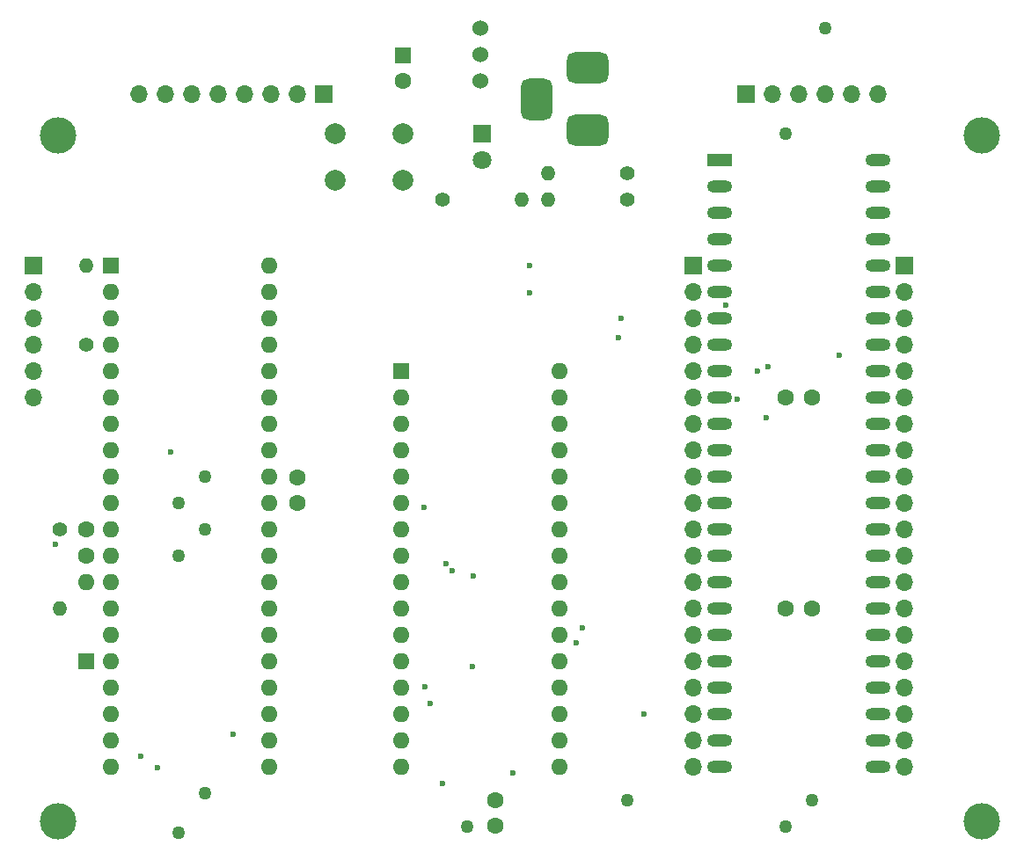
<source format=gbs>
G04 #@! TF.GenerationSoftware,KiCad,Pcbnew,(7.0.0)*
G04 #@! TF.CreationDate,2023-02-28T12:43:52+09:00*
G04 #@! TF.ProjectId,EMUPU_RAM40,454d5550-555f-4524-914d-34302e6b6963,rev?*
G04 #@! TF.SameCoordinates,PX55d4a80PY9043270*
G04 #@! TF.FileFunction,Soldermask,Bot*
G04 #@! TF.FilePolarity,Negative*
%FSLAX46Y46*%
G04 Gerber Fmt 4.6, Leading zero omitted, Abs format (unit mm)*
G04 Created by KiCad (PCBNEW (7.0.0)) date 2023-02-28 12:43:52*
%MOMM*%
%LPD*%
G01*
G04 APERTURE LIST*
G04 Aperture macros list*
%AMRoundRect*
0 Rectangle with rounded corners*
0 $1 Rounding radius*
0 $2 $3 $4 $5 $6 $7 $8 $9 X,Y pos of 4 corners*
0 Add a 4 corners polygon primitive as box body*
4,1,4,$2,$3,$4,$5,$6,$7,$8,$9,$2,$3,0*
0 Add four circle primitives for the rounded corners*
1,1,$1+$1,$2,$3*
1,1,$1+$1,$4,$5*
1,1,$1+$1,$6,$7*
1,1,$1+$1,$8,$9*
0 Add four rect primitives between the rounded corners*
20,1,$1+$1,$2,$3,$4,$5,0*
20,1,$1+$1,$4,$5,$6,$7,0*
20,1,$1+$1,$6,$7,$8,$9,0*
20,1,$1+$1,$8,$9,$2,$3,0*%
G04 Aperture macros list end*
%ADD10C,1.400000*%
%ADD11O,1.400000X1.400000*%
%ADD12R,1.600000X1.600000*%
%ADD13O,1.600000X1.600000*%
%ADD14R,1.700000X1.700000*%
%ADD15O,1.700000X1.700000*%
%ADD16C,3.500000*%
%ADD17C,1.524000*%
%ADD18C,2.000000*%
%ADD19C,1.600000*%
%ADD20R,1.800000X1.800000*%
%ADD21C,1.800000*%
%ADD22R,2.400000X1.200000*%
%ADD23O,2.400000X1.200000*%
%ADD24RoundRect,0.750000X-1.250000X0.750000X-1.250000X-0.750000X1.250000X-0.750000X1.250000X0.750000X0*%
%ADD25RoundRect,0.750000X-0.750000X1.250000X-0.750000X-1.250000X0.750000X-1.250000X0.750000X1.250000X0*%
%ADD26C,1.270000*%
%ADD27C,0.600000*%
G04 APERTURE END LIST*
D10*
X59860000Y66180000D03*
D11*
X52239999Y66179999D03*
D12*
X10159999Y57289999D03*
D13*
X10159999Y54749999D03*
X10159999Y52209999D03*
X10159999Y49669999D03*
X10159999Y47129999D03*
X10159999Y44589999D03*
X10159999Y42049999D03*
X10159999Y39509999D03*
X10159999Y36969999D03*
X10159999Y34429999D03*
X10159999Y31889999D03*
X10159999Y29349999D03*
X10159999Y26809999D03*
X10159999Y24269999D03*
X10159999Y21729999D03*
X10159999Y19189999D03*
X10159999Y16649999D03*
X10159999Y14109999D03*
X10159999Y11569999D03*
X10159999Y9029999D03*
X25399999Y9029999D03*
X25399999Y11569999D03*
X25399999Y14109999D03*
X25399999Y16649999D03*
X25399999Y19189999D03*
X25399999Y21729999D03*
X25399999Y24269999D03*
X25399999Y26809999D03*
X25399999Y29349999D03*
X25399999Y31889999D03*
X25399999Y34429999D03*
X25399999Y36969999D03*
X25399999Y39509999D03*
X25399999Y42049999D03*
X25399999Y44589999D03*
X25399999Y47129999D03*
X25399999Y49669999D03*
X25399999Y52209999D03*
X25399999Y54749999D03*
X25399999Y57289999D03*
D14*
X2709999Y57289999D03*
D15*
X2709999Y54749999D03*
X2709999Y52209999D03*
X2709999Y49669999D03*
X2709999Y47129999D03*
X2709999Y44589999D03*
D14*
X86529999Y57289999D03*
D15*
X86529999Y54749999D03*
X86529999Y52209999D03*
X86529999Y49669999D03*
X86529999Y47129999D03*
X86529999Y44589999D03*
X86529999Y42049999D03*
X86529999Y39509999D03*
X86529999Y36969999D03*
X86529999Y34429999D03*
X86529999Y31889999D03*
X86529999Y29349999D03*
X86529999Y26809999D03*
X86529999Y24269999D03*
X86529999Y21729999D03*
X86529999Y19189999D03*
X86529999Y16649999D03*
X86529999Y14109999D03*
X86529999Y11569999D03*
X86529999Y9029999D03*
D16*
X93980000Y69850000D03*
D17*
X45720000Y75070000D03*
X45720000Y77610000D03*
X45720000Y80150000D03*
D10*
X42080000Y63640000D03*
D11*
X49699999Y63639999D03*
D10*
X59860000Y63640000D03*
D11*
X52239999Y63639999D03*
D16*
X5080000Y3835400D03*
D14*
X66209999Y57289999D03*
D15*
X66209999Y54749999D03*
X66209999Y52209999D03*
X66209999Y49669999D03*
X66209999Y47129999D03*
X66209999Y44589999D03*
X66209999Y42049999D03*
X66209999Y39509999D03*
X66209999Y36969999D03*
X66209999Y34429999D03*
X66209999Y31889999D03*
X66209999Y29349999D03*
X66209999Y26809999D03*
X66209999Y24269999D03*
X66209999Y21729999D03*
X66209999Y19189999D03*
X66209999Y16649999D03*
X66209999Y14109999D03*
X66209999Y11569999D03*
X66209999Y9029999D03*
D12*
X7789999Y19189999D03*
D13*
X7789999Y26809999D03*
D18*
X38270000Y65490000D03*
X31770000Y65490000D03*
X38270000Y69990000D03*
X31770000Y69990000D03*
D14*
X71289999Y73799999D03*
D15*
X73829999Y73799999D03*
X76369999Y73799999D03*
X78909999Y73799999D03*
X81449999Y73799999D03*
X83989999Y73799999D03*
D14*
X30649999Y73799999D03*
D15*
X28109999Y73799999D03*
X25569999Y73799999D03*
X23029999Y73799999D03*
X20489999Y73799999D03*
X17949999Y73799999D03*
X15409999Y73799999D03*
X12869999Y73799999D03*
D19*
X77640000Y24270000D03*
X75140000Y24270000D03*
D12*
X38099999Y47129999D03*
D13*
X38099999Y44589999D03*
X38099999Y42049999D03*
X38099999Y39509999D03*
X38099999Y36969999D03*
X38099999Y34429999D03*
X38099999Y31889999D03*
X38099999Y29349999D03*
X38099999Y26809999D03*
X38099999Y24269999D03*
X38099999Y21729999D03*
X38099999Y19189999D03*
X38099999Y16649999D03*
X38099999Y14109999D03*
X38099999Y11569999D03*
X38099999Y9029999D03*
X53339999Y9029999D03*
X53339999Y11569999D03*
X53339999Y14109999D03*
X53339999Y16649999D03*
X53339999Y19189999D03*
X53339999Y21729999D03*
X53339999Y24269999D03*
X53339999Y26809999D03*
X53339999Y29349999D03*
X53339999Y31889999D03*
X53339999Y34429999D03*
X53339999Y36969999D03*
X53339999Y39509999D03*
X53339999Y42049999D03*
X53339999Y44589999D03*
X53339999Y47129999D03*
D19*
X7790000Y31870000D03*
X7790000Y29370000D03*
X28110000Y36930000D03*
X28110000Y34430000D03*
D12*
X38269999Y77569999D03*
D19*
X38270000Y75070000D03*
D20*
X45889999Y69989999D03*
D21*
X45890000Y67450000D03*
D22*
X68749999Y67449999D03*
D23*
X68749999Y64909999D03*
X68749999Y62369999D03*
X68749999Y59829999D03*
X68749999Y57289999D03*
X68749999Y54749999D03*
X68749999Y52209999D03*
X68749999Y49669999D03*
X68749999Y47129999D03*
X68749999Y44589999D03*
X68749999Y42049999D03*
X68749999Y39509999D03*
X68749999Y36969999D03*
X68749999Y34429999D03*
X68749999Y31889999D03*
X68749999Y29349999D03*
X68749999Y26809999D03*
X68749999Y24269999D03*
X68749999Y21729999D03*
X68749999Y19189999D03*
X68749999Y16649999D03*
X68749999Y14109999D03*
X68749999Y11569999D03*
X68749999Y9029999D03*
X83989999Y9029999D03*
X83989999Y11569999D03*
X83989999Y14109999D03*
X83989999Y16649999D03*
X83989999Y19189999D03*
X83989999Y21729999D03*
X83989999Y24269999D03*
X83989999Y26809999D03*
X83989999Y29349999D03*
X83989999Y31889999D03*
X83989999Y34429999D03*
X83989999Y36969999D03*
X83989999Y39509999D03*
X83989999Y42049999D03*
X83989999Y44589999D03*
X83989999Y47129999D03*
X83989999Y49669999D03*
X83989999Y52209999D03*
X83989999Y54749999D03*
X83989999Y57289999D03*
X83989999Y59829999D03*
X83989999Y62369999D03*
X83989999Y64909999D03*
X83989999Y67449999D03*
D10*
X7790000Y49670000D03*
D11*
X7789999Y57289999D03*
D10*
X5250000Y31890000D03*
D11*
X5249999Y24269999D03*
D16*
X93980000Y3810000D03*
X5080000Y69850000D03*
D19*
X77640000Y44590000D03*
X75140000Y44590000D03*
X47160000Y5855000D03*
X47160000Y3355000D03*
D24*
X56050000Y70340000D03*
D25*
X51150000Y73340000D03*
D24*
X56050000Y76340000D03*
D26*
X19220000Y6490000D03*
X19220000Y31890000D03*
X78910000Y80150000D03*
X19220000Y36970000D03*
X59860000Y5855000D03*
X77640000Y5855000D03*
D27*
X50488800Y57345100D03*
D26*
X75100000Y3315000D03*
X16680000Y34430000D03*
X16680000Y2680000D03*
X44480000Y3315000D03*
X16680000Y29350000D03*
X75100000Y69990000D03*
D27*
X61477800Y14148500D03*
X58995500Y50336700D03*
X15926800Y39351000D03*
X14708500Y8948700D03*
X4824000Y30478900D03*
X13077700Y10051100D03*
X42399700Y28646800D03*
X21978900Y12210700D03*
X80312800Y48633900D03*
X48865600Y8430200D03*
X70458800Y44451600D03*
X45004300Y18661700D03*
X45021200Y27383600D03*
X40896200Y15116700D03*
X55010100Y20956100D03*
X55588300Y22440600D03*
X40381800Y16794300D03*
X50488800Y54714200D03*
X59275700Y52210000D03*
X40297800Y34011000D03*
X42101500Y7442500D03*
X73280700Y42657400D03*
X72388300Y47128500D03*
X43036300Y27903000D03*
X73467000Y47584000D03*
X69330700Y53480000D03*
M02*

</source>
